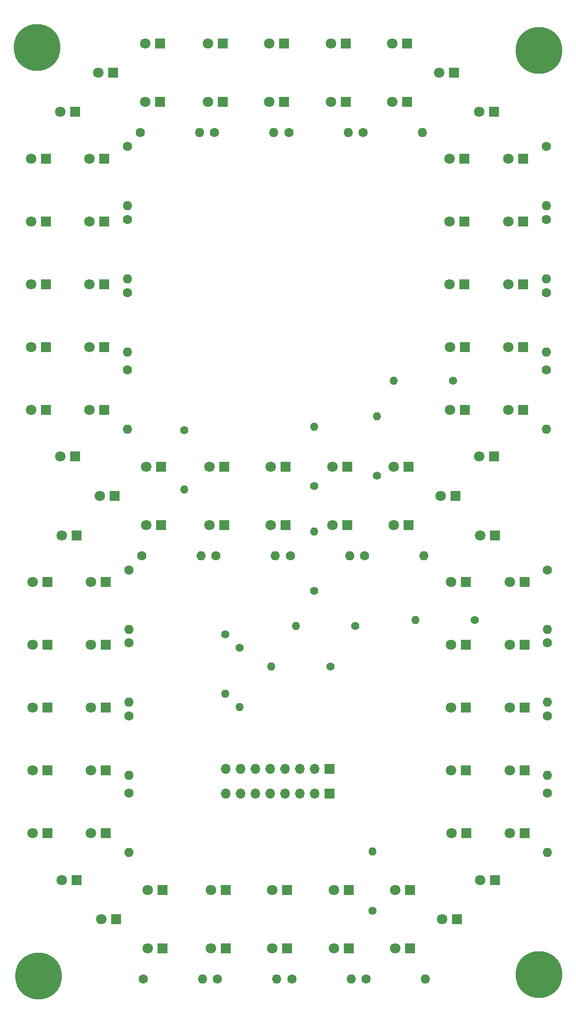
<source format=gts>
%TF.GenerationSoftware,KiCad,Pcbnew,(6.0.6)*%
%TF.CreationDate,2022-10-07T01:34:02+08:00*%
%TF.ProjectId,7SegmentDisplay_DualLine_NoDriver_6InchesV2,37536567-6d65-46e7-9444-6973706c6179,rev?*%
%TF.SameCoordinates,Original*%
%TF.FileFunction,Soldermask,Top*%
%TF.FilePolarity,Negative*%
%FSLAX46Y46*%
G04 Gerber Fmt 4.6, Leading zero omitted, Abs format (unit mm)*
G04 Created by KiCad (PCBNEW (6.0.6)) date 2022-10-07 01:34:02*
%MOMM*%
%LPD*%
G01*
G04 APERTURE LIST*
%ADD10C,0.900000*%
%ADD11C,8.000000*%
%ADD12R,1.700000X1.700000*%
%ADD13O,1.700000X1.700000*%
%ADD14C,1.400000*%
%ADD15O,1.400000X1.400000*%
%ADD16R,1.800000X1.800000*%
%ADD17C,1.800000*%
%ADD18C,1.600000*%
%ADD19O,1.600000X1.600000*%
G04 APERTURE END LIST*
D10*
%TO.C,REF\u002A\u002A*%
X403878680Y-19628680D03*
X408121320Y-23871320D03*
X406000000Y-24750000D03*
X408121320Y-19628680D03*
X403000000Y-21750000D03*
X403878680Y-23871320D03*
X409000000Y-21750000D03*
X406000000Y-18750000D03*
D11*
X406000000Y-21750000D03*
%TD*%
D10*
%TO.C,REF\u002A\u002A*%
X317878680Y-19128680D03*
X322121320Y-23371320D03*
X320000000Y-24250000D03*
X322121320Y-19128680D03*
X317000000Y-21250000D03*
X317878680Y-23371320D03*
X323000000Y-21250000D03*
X320000000Y-18250000D03*
D11*
X320000000Y-21250000D03*
%TD*%
D10*
%TO.C,REF\u002A\u002A*%
X318128680Y-178128680D03*
X322371320Y-182371320D03*
X320250000Y-183250000D03*
X322371320Y-178128680D03*
X317250000Y-180250000D03*
X318128680Y-182371320D03*
X323250000Y-180250000D03*
X320250000Y-177250000D03*
D11*
X320250000Y-180250000D03*
%TD*%
D10*
%TO.C,REF\u002A\u002A*%
X403878680Y-177878680D03*
X408121320Y-182121320D03*
X406000000Y-183000000D03*
X408121320Y-177878680D03*
X403000000Y-180000000D03*
X403878680Y-182121320D03*
X409000000Y-180000000D03*
X406000000Y-177000000D03*
D11*
X406000000Y-180000000D03*
%TD*%
D12*
%TO.C,REF\u002A\u002A*%
X370125000Y-149000000D03*
D13*
X367585000Y-149000000D03*
X365045000Y-149000000D03*
X362505000Y-149000000D03*
X359965000Y-149000000D03*
X357425000Y-149000000D03*
X354885000Y-149000000D03*
X352345000Y-149000000D03*
%TD*%
D14*
%TO.C,REF\u002A\u002A*%
X352250000Y-121720000D03*
D15*
X352250000Y-131880000D03*
%TD*%
D14*
%TO.C,REF\u002A\u002A*%
X354750000Y-123970000D03*
D15*
X354750000Y-134130000D03*
%TD*%
D14*
%TO.C,REF\u002A\u002A*%
X345250000Y-86750000D03*
D15*
X345250000Y-96910000D03*
%TD*%
D14*
%TO.C,REF\u002A\u002A*%
X370280000Y-127250000D03*
D15*
X360120000Y-127250000D03*
%TD*%
D14*
%TO.C,REF\u002A\u002A*%
X377500000Y-169030000D03*
D15*
X377500000Y-158870000D03*
%TD*%
D14*
%TO.C,REF\u002A\u002A*%
X374530000Y-120250000D03*
D15*
X364370000Y-120250000D03*
%TD*%
%TO.C,REF\u002A\u002A*%
X384870000Y-119250000D03*
D14*
X395030000Y-119250000D03*
%TD*%
%TO.C,REF\u002A\u002A*%
X367500000Y-114280000D03*
D15*
X367500000Y-104120000D03*
%TD*%
D14*
%TO.C,REF\u002A\u002A*%
X367500000Y-96280000D03*
D15*
X367500000Y-86120000D03*
%TD*%
D14*
%TO.C,REF\u002A\u002A*%
X391280000Y-78250000D03*
D15*
X381120000Y-78250000D03*
%TD*%
D14*
%TO.C,REF\u002A\u002A*%
X378250000Y-94500000D03*
D15*
X378250000Y-84340000D03*
%TD*%
D12*
%TO.C,REF\u002A\u002A*%
X370125000Y-144750000D03*
D13*
X367585000Y-144750000D03*
X365045000Y-144750000D03*
X362505000Y-144750000D03*
X359965000Y-144750000D03*
X357425000Y-144750000D03*
X354885000Y-144750000D03*
X352345000Y-144750000D03*
%TD*%
D16*
%TO.C,REF\u002A\u002A*%
X341540000Y-165500000D03*
D17*
X339000000Y-165500000D03*
%TD*%
D18*
%TO.C,REF\u002A\u002A*%
X350920000Y-180750000D03*
D19*
X361080000Y-180750000D03*
%TD*%
D18*
%TO.C,REF\u002A\u002A*%
X363670000Y-180750000D03*
D19*
X373830000Y-180750000D03*
%TD*%
D18*
%TO.C,REF\u002A\u002A*%
X338170000Y-180750000D03*
D19*
X348330000Y-180750000D03*
%TD*%
D18*
%TO.C,REF\u002A\u002A*%
X376420000Y-180750000D03*
D19*
X386580000Y-180750000D03*
%TD*%
D16*
%TO.C,REF\u002A\u002A*%
X352305000Y-165500000D03*
D17*
X349765000Y-165500000D03*
%TD*%
D16*
%TO.C,REF\u002A\u002A*%
X383925000Y-175500000D03*
D17*
X381385000Y-175500000D03*
%TD*%
D16*
%TO.C,REF\u002A\u002A*%
X352305000Y-175500000D03*
D17*
X349765000Y-175500000D03*
%TD*%
D16*
%TO.C,REF\u002A\u002A*%
X373385000Y-165500000D03*
D17*
X370845000Y-165500000D03*
%TD*%
D16*
%TO.C,REF\u002A\u002A*%
X383925000Y-165500000D03*
D17*
X381385000Y-165500000D03*
%TD*%
D16*
%TO.C,REF\u002A\u002A*%
X362845000Y-175500000D03*
D17*
X360305000Y-175500000D03*
%TD*%
D16*
%TO.C,REF\u002A\u002A*%
X362845000Y-165500000D03*
D17*
X360305000Y-165500000D03*
%TD*%
D16*
%TO.C,REF\u002A\u002A*%
X373385000Y-175500000D03*
D17*
X370845000Y-175500000D03*
%TD*%
D16*
%TO.C,REF\u002A\u002A*%
X333540000Y-170500000D03*
D17*
X331000000Y-170500000D03*
%TD*%
D16*
%TO.C,REF\u002A\u002A*%
X392000000Y-170500000D03*
D17*
X389460000Y-170500000D03*
%TD*%
D16*
%TO.C,REF\u002A\u002A*%
X341540000Y-175500000D03*
D17*
X339000000Y-175500000D03*
%TD*%
D16*
%TO.C,REF\u002A\u002A*%
X341290000Y-93000000D03*
D17*
X338750000Y-93000000D03*
%TD*%
D18*
%TO.C,REF\u002A\u002A*%
X350670000Y-108250000D03*
D19*
X360830000Y-108250000D03*
%TD*%
D18*
%TO.C,REF\u002A\u002A*%
X363420000Y-108250000D03*
D19*
X373580000Y-108250000D03*
%TD*%
D18*
%TO.C,REF\u002A\u002A*%
X337920000Y-108250000D03*
D19*
X348080000Y-108250000D03*
%TD*%
D18*
%TO.C,REF\u002A\u002A*%
X376170000Y-108250000D03*
D19*
X386330000Y-108250000D03*
%TD*%
D16*
%TO.C,REF\u002A\u002A*%
X393535000Y-155750000D03*
D17*
X390995000Y-155750000D03*
%TD*%
D16*
%TO.C,REF\u002A\u002A*%
X403535000Y-155750000D03*
D17*
X400995000Y-155750000D03*
%TD*%
D16*
%TO.C,REF\u002A\u002A*%
X398525000Y-163750000D03*
D17*
X395985000Y-163750000D03*
%TD*%
D16*
%TO.C,REF\u002A\u002A*%
X331750000Y-134250000D03*
D17*
X329210000Y-134250000D03*
%TD*%
D18*
%TO.C,REF\u002A\u002A*%
X335725000Y-110670000D03*
D19*
X335725000Y-120830000D03*
%TD*%
D16*
%TO.C,REF\u002A\u002A*%
X321755000Y-145000000D03*
D17*
X319215000Y-145000000D03*
%TD*%
D16*
%TO.C,REF\u002A\u002A*%
X331755000Y-145000000D03*
D17*
X329215000Y-145000000D03*
%TD*%
D16*
%TO.C,REF\u002A\u002A*%
X331750000Y-112750000D03*
D17*
X329210000Y-112750000D03*
%TD*%
D18*
%TO.C,REF\u002A\u002A*%
X407500000Y-148920000D03*
D19*
X407500000Y-159080000D03*
%TD*%
D16*
%TO.C,REF\u002A\u002A*%
X321750000Y-134250000D03*
D17*
X319210000Y-134250000D03*
%TD*%
D18*
%TO.C,REF\u002A\u002A*%
X407500000Y-135670000D03*
D19*
X407500000Y-145830000D03*
%TD*%
D16*
%TO.C,REF\u002A\u002A*%
X331750000Y-123500000D03*
D17*
X329210000Y-123500000D03*
%TD*%
D16*
%TO.C,REF\u002A\u002A*%
X321750000Y-123500000D03*
D17*
X319210000Y-123500000D03*
%TD*%
D18*
%TO.C,REF\u002A\u002A*%
X335725000Y-123170000D03*
D19*
X335725000Y-133330000D03*
%TD*%
D16*
%TO.C,REF\u002A\u002A*%
X352055000Y-93000000D03*
D17*
X349515000Y-93000000D03*
%TD*%
D16*
%TO.C,REF\u002A\u002A*%
X383675000Y-103000000D03*
D17*
X381135000Y-103000000D03*
%TD*%
D16*
%TO.C,REF\u002A\u002A*%
X352055000Y-103000000D03*
D17*
X349515000Y-103000000D03*
%TD*%
D16*
%TO.C,REF\u002A\u002A*%
X373135000Y-93000000D03*
D17*
X370595000Y-93000000D03*
%TD*%
D16*
%TO.C,REF\u002A\u002A*%
X383675000Y-93000000D03*
D17*
X381135000Y-93000000D03*
%TD*%
D16*
%TO.C,REF\u002A\u002A*%
X362595000Y-103000000D03*
D17*
X360055000Y-103000000D03*
%TD*%
D16*
%TO.C,REF\u002A\u002A*%
X362595000Y-93000000D03*
D17*
X360055000Y-93000000D03*
%TD*%
D16*
%TO.C,REF\u002A\u002A*%
X373135000Y-103000000D03*
D17*
X370595000Y-103000000D03*
%TD*%
D16*
%TO.C,REF\u002A\u002A*%
X333290000Y-98000000D03*
D17*
X330750000Y-98000000D03*
%TD*%
D16*
%TO.C,REF\u002A\u002A*%
X391750000Y-98000000D03*
D17*
X389210000Y-98000000D03*
%TD*%
D16*
%TO.C,REF\u002A\u002A*%
X398525000Y-104750000D03*
D17*
X395985000Y-104750000D03*
%TD*%
D16*
%TO.C,REF\u002A\u002A*%
X393525000Y-112750000D03*
D17*
X390985000Y-112750000D03*
%TD*%
D16*
%TO.C,REF\u002A\u002A*%
X403525000Y-112750000D03*
D17*
X400985000Y-112750000D03*
%TD*%
D16*
%TO.C,REF\u002A\u002A*%
X331760000Y-155750000D03*
D17*
X329220000Y-155750000D03*
%TD*%
D18*
%TO.C,REF\u002A\u002A*%
X335725000Y-148920000D03*
D19*
X335725000Y-159080000D03*
%TD*%
D18*
%TO.C,REF\u002A\u002A*%
X335725000Y-135670000D03*
D19*
X335725000Y-145830000D03*
%TD*%
D16*
%TO.C,REF\u002A\u002A*%
X326750000Y-104750000D03*
D17*
X324210000Y-104750000D03*
%TD*%
D16*
%TO.C,REF\u002A\u002A*%
X321750000Y-112750000D03*
D17*
X319210000Y-112750000D03*
%TD*%
D16*
%TO.C,REF\u002A\u002A*%
X321760000Y-155750000D03*
D17*
X319220000Y-155750000D03*
%TD*%
D16*
%TO.C,REF\u002A\u002A*%
X326750000Y-163750000D03*
D17*
X324210000Y-163750000D03*
%TD*%
D16*
%TO.C,REF\u002A\u002A*%
X403530000Y-145000000D03*
D17*
X400990000Y-145000000D03*
%TD*%
D16*
%TO.C,REF\u002A\u002A*%
X393530000Y-145000000D03*
D17*
X390990000Y-145000000D03*
%TD*%
D16*
%TO.C,REF\u002A\u002A*%
X393525000Y-134250000D03*
D17*
X390985000Y-134250000D03*
%TD*%
D16*
%TO.C,REF\u002A\u002A*%
X403525000Y-123500000D03*
D17*
X400985000Y-123500000D03*
%TD*%
D16*
%TO.C,REF\u002A\u002A*%
X393525000Y-123500000D03*
D17*
X390985000Y-123500000D03*
%TD*%
D18*
%TO.C,REF\u002A\u002A*%
X407500000Y-123170000D03*
D19*
X407500000Y-133330000D03*
%TD*%
D16*
%TO.C,REF\u002A\u002A*%
X403525000Y-134250000D03*
D17*
X400985000Y-134250000D03*
%TD*%
D18*
%TO.C,REF\u002A\u002A*%
X407500000Y-110670000D03*
D19*
X407500000Y-120830000D03*
%TD*%
D16*
%TO.C,REF\u002A\u002A*%
X341290000Y-103000000D03*
D17*
X338750000Y-103000000D03*
%TD*%
D16*
%TO.C,REF\u002A\u002A*%
X321510000Y-83250000D03*
D17*
X318970000Y-83250000D03*
%TD*%
D16*
%TO.C,REF\u002A\u002A*%
X331510000Y-83250000D03*
D17*
X328970000Y-83250000D03*
%TD*%
D16*
%TO.C,REF\u002A\u002A*%
X326500000Y-91250000D03*
D17*
X323960000Y-91250000D03*
%TD*%
D18*
%TO.C,REF\u002A\u002A*%
X335475000Y-76420000D03*
D19*
X335475000Y-86580000D03*
%TD*%
D18*
%TO.C,REF\u002A\u002A*%
X335475000Y-63170000D03*
D19*
X335475000Y-73330000D03*
%TD*%
D16*
%TO.C,REF\u002A\u002A*%
X326500000Y-32250000D03*
D17*
X323960000Y-32250000D03*
%TD*%
D16*
%TO.C,REF\u002A\u002A*%
X321500000Y-40250000D03*
D17*
X318960000Y-40250000D03*
%TD*%
D16*
%TO.C,REF\u002A\u002A*%
X331500000Y-40250000D03*
D17*
X328960000Y-40250000D03*
%TD*%
D16*
%TO.C,REF\u002A\u002A*%
X331505000Y-72500000D03*
D17*
X328965000Y-72500000D03*
%TD*%
D16*
%TO.C,REF\u002A\u002A*%
X321505000Y-72500000D03*
D17*
X318965000Y-72500000D03*
%TD*%
D16*
%TO.C,REF\u002A\u002A*%
X321500000Y-61750000D03*
D17*
X318960000Y-61750000D03*
%TD*%
D16*
%TO.C,REF\u002A\u002A*%
X331500000Y-51000000D03*
D17*
X328960000Y-51000000D03*
%TD*%
D16*
%TO.C,REF\u002A\u002A*%
X321500000Y-51000000D03*
D17*
X318960000Y-51000000D03*
%TD*%
D18*
%TO.C,REF\u002A\u002A*%
X335475000Y-50670000D03*
D19*
X335475000Y-60830000D03*
%TD*%
D16*
%TO.C,REF\u002A\u002A*%
X331500000Y-61750000D03*
D17*
X328960000Y-61750000D03*
%TD*%
D18*
%TO.C,REF\u002A\u002A*%
X335475000Y-38170000D03*
D19*
X335475000Y-48330000D03*
%TD*%
D18*
%TO.C,REF\u002A\u002A*%
X407250000Y-76420000D03*
D19*
X407250000Y-86580000D03*
%TD*%
D18*
%TO.C,REF\u002A\u002A*%
X407250000Y-63170000D03*
D19*
X407250000Y-73330000D03*
%TD*%
D18*
%TO.C,REF\u002A\u002A*%
X407250000Y-50670000D03*
D19*
X407250000Y-60830000D03*
%TD*%
D18*
%TO.C,REF\u002A\u002A*%
X407250000Y-38170000D03*
D19*
X407250000Y-48330000D03*
%TD*%
D18*
%TO.C,REF\u002A\u002A*%
X375920000Y-35750000D03*
D19*
X386080000Y-35750000D03*
%TD*%
D18*
%TO.C,REF\u002A\u002A*%
X363170000Y-35750000D03*
D19*
X373330000Y-35750000D03*
%TD*%
D18*
%TO.C,REF\u002A\u002A*%
X350420000Y-35750000D03*
D19*
X360580000Y-35750000D03*
%TD*%
D18*
%TO.C,REF\u002A\u002A*%
X337670000Y-35750000D03*
D19*
X347830000Y-35750000D03*
%TD*%
D16*
%TO.C,REF\u002A\u002A*%
X398275000Y-91250000D03*
D17*
X395735000Y-91250000D03*
%TD*%
D16*
%TO.C,REF\u002A\u002A*%
X403285000Y-83250000D03*
D17*
X400745000Y-83250000D03*
%TD*%
D16*
%TO.C,REF\u002A\u002A*%
X393285000Y-83250000D03*
D17*
X390745000Y-83250000D03*
%TD*%
D16*
%TO.C,REF\u002A\u002A*%
X403280000Y-72500000D03*
D17*
X400740000Y-72500000D03*
%TD*%
D16*
%TO.C,REF\u002A\u002A*%
X393280000Y-72500000D03*
D17*
X390740000Y-72500000D03*
%TD*%
D16*
%TO.C,REF\u002A\u002A*%
X403275000Y-61750000D03*
D17*
X400735000Y-61750000D03*
%TD*%
D16*
%TO.C,REF\u002A\u002A*%
X393275000Y-61750000D03*
D17*
X390735000Y-61750000D03*
%TD*%
D16*
%TO.C,REF\u002A\u002A*%
X403275000Y-51000000D03*
D17*
X400735000Y-51000000D03*
%TD*%
D16*
%TO.C,REF\u002A\u002A*%
X393275000Y-51000000D03*
D17*
X390735000Y-51000000D03*
%TD*%
D16*
%TO.C,REF\u002A\u002A*%
X403275000Y-40250000D03*
D17*
X400735000Y-40250000D03*
%TD*%
D16*
%TO.C,REF\u002A\u002A*%
X393275000Y-40250000D03*
D17*
X390735000Y-40250000D03*
%TD*%
%TO.C,REF\u002A\u002A*%
X395735000Y-32250000D03*
D16*
X398275000Y-32250000D03*
%TD*%
%TO.C,REF\u002A\u002A*%
X391500000Y-25500000D03*
D17*
X388960000Y-25500000D03*
%TD*%
D16*
%TO.C,REF\u002A\u002A*%
X372885000Y-20500000D03*
D17*
X370345000Y-20500000D03*
%TD*%
D16*
%TO.C,REF\u002A\u002A*%
X372885000Y-30500000D03*
D17*
X370345000Y-30500000D03*
%TD*%
D16*
%TO.C,REF\u002A\u002A*%
X383425000Y-30500000D03*
D17*
X380885000Y-30500000D03*
%TD*%
D16*
%TO.C,REF\u002A\u002A*%
X383425000Y-20500000D03*
D17*
X380885000Y-20500000D03*
%TD*%
D16*
%TO.C,REF\u002A\u002A*%
X362345000Y-20500000D03*
D17*
X359805000Y-20500000D03*
%TD*%
D16*
%TO.C,REF\u002A\u002A*%
X362345000Y-30500000D03*
D17*
X359805000Y-30500000D03*
%TD*%
D16*
%TO.C,REF\u002A\u002A*%
X333040000Y-25500000D03*
D17*
X330500000Y-25500000D03*
%TD*%
D16*
%TO.C,REF\u002A\u002A*%
X351805000Y-20500000D03*
D17*
X349265000Y-20500000D03*
%TD*%
D16*
%TO.C,REF\u002A\u002A*%
X351805000Y-30500000D03*
D17*
X349265000Y-30500000D03*
%TD*%
D16*
%TO.C,REF\u002A\u002A*%
X341040000Y-30500000D03*
D17*
X338500000Y-30500000D03*
%TD*%
D16*
%TO.C,REF\u002A\u002A*%
X341040000Y-20500000D03*
D17*
X338500000Y-20500000D03*
%TD*%
M02*

</source>
